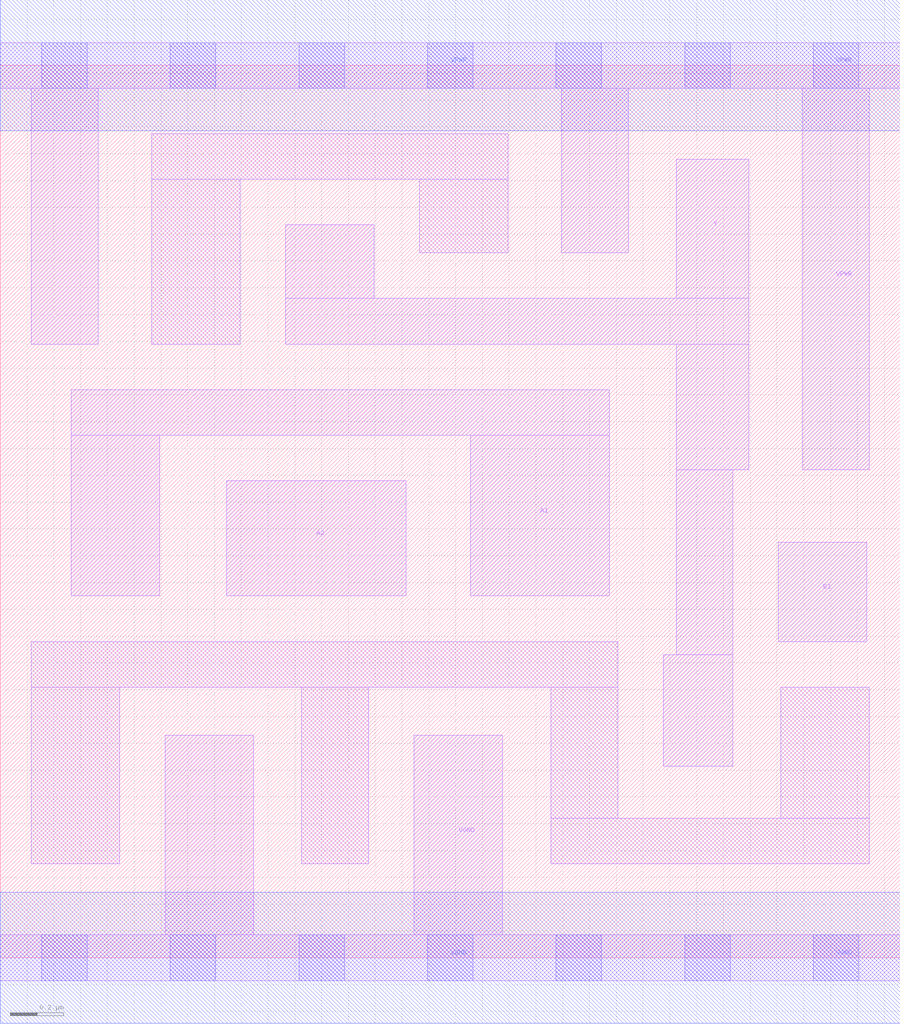
<source format=lef>
# Copyright 2020 The SkyWater PDK Authors
#
# Licensed under the Apache License, Version 2.0 (the "License");
# you may not use this file except in compliance with the License.
# You may obtain a copy of the License at
#
#     https://www.apache.org/licenses/LICENSE-2.0
#
# Unless required by applicable law or agreed to in writing, software
# distributed under the License is distributed on an "AS IS" BASIS,
# WITHOUT WARRANTIES OR CONDITIONS OF ANY KIND, either express or implied.
# See the License for the specific language governing permissions and
# limitations under the License.
#
# SPDX-License-Identifier: Apache-2.0

VERSION 5.7 ;
  NAMESCASESENSITIVE ON ;
  NOWIREEXTENSIONATPIN ON ;
  DIVIDERCHAR "/" ;
  BUSBITCHARS "[]" ;
UNITS
  DATABASE MICRONS 200 ;
END UNITS
MACRO sky130_fd_sc_hs__o21ai_2
  CLASS CORE ;
  SOURCE USER ;
  FOREIGN sky130_fd_sc_hs__o21ai_2 ;
  ORIGIN  0.000000  0.000000 ;
  SIZE  3.360000 BY  3.330000 ;
  SYMMETRY X Y ;
  SITE unit ;
  PIN A1
    ANTENNAGATEAREA  0.558000 ;
    DIRECTION INPUT ;
    USE SIGNAL ;
    PORT
      LAYER li1 ;
        RECT 0.265000 1.350000 0.595000 1.950000 ;
        RECT 0.265000 1.950000 2.275000 2.120000 ;
        RECT 1.755000 1.350000 2.275000 1.950000 ;
    END
  END A1
  PIN A2
    ANTENNAGATEAREA  0.558000 ;
    DIRECTION INPUT ;
    USE SIGNAL ;
    PORT
      LAYER li1 ;
        RECT 0.845000 1.350000 1.515000 1.780000 ;
    END
  END A2
  PIN B1
    ANTENNAGATEAREA  0.558000 ;
    DIRECTION INPUT ;
    USE SIGNAL ;
    PORT
      LAYER li1 ;
        RECT 2.905000 1.180000 3.235000 1.550000 ;
    END
  END B1
  PIN Y
    ANTENNADIFFAREA  0.961100 ;
    DIRECTION OUTPUT ;
    USE SIGNAL ;
    PORT
      LAYER li1 ;
        RECT 1.065000 2.290000 2.795000 2.460000 ;
        RECT 1.065000 2.460000 1.395000 2.735000 ;
        RECT 2.475000 0.715000 2.735000 1.130000 ;
        RECT 2.525000 1.130000 2.735000 1.820000 ;
        RECT 2.525000 1.820000 2.795000 2.290000 ;
        RECT 2.525000 2.460000 2.795000 2.980000 ;
    END
  END Y
  PIN VGND
    DIRECTION INOUT ;
    USE GROUND ;
    PORT
      LAYER li1 ;
        RECT 0.000000 -0.085000 3.360000 0.085000 ;
        RECT 0.615000  0.085000 0.945000 0.830000 ;
        RECT 1.545000  0.085000 1.875000 0.830000 ;
      LAYER mcon ;
        RECT 0.155000 -0.085000 0.325000 0.085000 ;
        RECT 0.635000 -0.085000 0.805000 0.085000 ;
        RECT 1.115000 -0.085000 1.285000 0.085000 ;
        RECT 1.595000 -0.085000 1.765000 0.085000 ;
        RECT 2.075000 -0.085000 2.245000 0.085000 ;
        RECT 2.555000 -0.085000 2.725000 0.085000 ;
        RECT 3.035000 -0.085000 3.205000 0.085000 ;
      LAYER met1 ;
        RECT 0.000000 -0.245000 3.360000 0.245000 ;
    END
  END VGND
  PIN VPWR
    DIRECTION INOUT ;
    USE POWER ;
    PORT
      LAYER li1 ;
        RECT 0.000000 3.245000 3.360000 3.415000 ;
        RECT 0.115000 2.290000 0.365000 3.245000 ;
        RECT 2.095000 2.630000 2.345000 3.245000 ;
        RECT 2.995000 1.820000 3.245000 3.245000 ;
      LAYER mcon ;
        RECT 0.155000 3.245000 0.325000 3.415000 ;
        RECT 0.635000 3.245000 0.805000 3.415000 ;
        RECT 1.115000 3.245000 1.285000 3.415000 ;
        RECT 1.595000 3.245000 1.765000 3.415000 ;
        RECT 2.075000 3.245000 2.245000 3.415000 ;
        RECT 2.555000 3.245000 2.725000 3.415000 ;
        RECT 3.035000 3.245000 3.205000 3.415000 ;
      LAYER met1 ;
        RECT 0.000000 3.085000 3.360000 3.575000 ;
    END
  END VPWR
  OBS
    LAYER li1 ;
      RECT 0.115000 0.350000 0.445000 1.010000 ;
      RECT 0.115000 1.010000 2.305000 1.180000 ;
      RECT 0.565000 2.290000 0.895000 2.905000 ;
      RECT 0.565000 2.905000 1.895000 3.075000 ;
      RECT 1.125000 0.350000 1.375000 1.010000 ;
      RECT 1.565000 2.630000 1.895000 2.905000 ;
      RECT 2.055000 0.350000 3.245000 0.520000 ;
      RECT 2.055000 0.520000 2.305000 1.010000 ;
      RECT 2.915000 0.520000 3.245000 1.010000 ;
  END
END sky130_fd_sc_hs__o21ai_2

</source>
